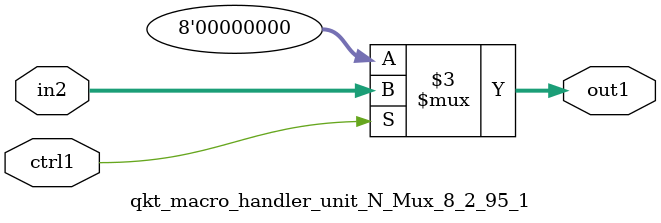
<source format=v>

`timescale 1ps / 1ps


module qkt_macro_handler_unit_N_Mux_8_2_95_1( in2, ctrl1, out1 );

    input [7:0] in2;
    input ctrl1;
    output [7:0] out1;
    reg [7:0] out1;

    
    // rtl_process:qkt_macro_handler_unit_N_Mux_8_2_95_1/qkt_macro_handler_unit_N_Mux_8_2_95_1_thread_1
    always @*
      begin : qkt_macro_handler_unit_N_Mux_8_2_95_1_thread_1
        case (ctrl1) 
          1'b1: 
            begin
              out1 = in2;
            end
          default: 
            begin
              out1 = 8'd000;
            end
        endcase
      end

endmodule



</source>
